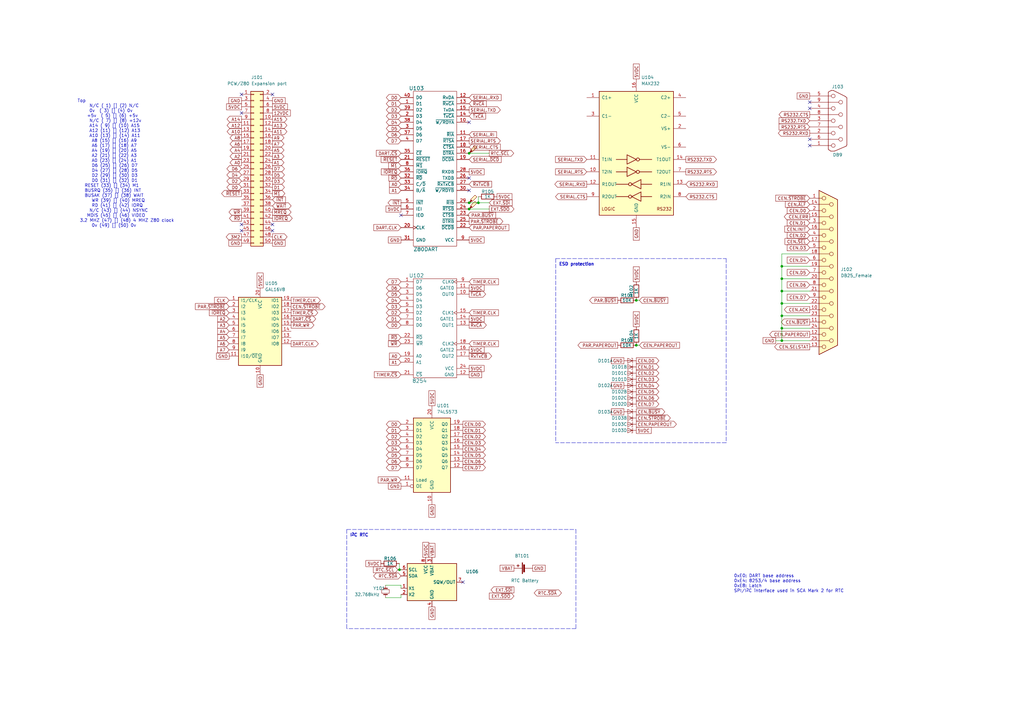
<source format=kicad_sch>
(kicad_sch (version 20211123) (generator eeschema)
  (paper "A3")
  (title_block (title "PCW IO card") (date "2023-07-04") (company "Atsuko Ito") (comment 1 "Modern CPS8256/SCA Mark 2 Interface") (comment 2 "Based on works of James Ots and uSIO") (comment 3 "RTC driver reverse-engineered by John Elliott "))
  (junction (at 196.215 83.185))
  (junction (at 320.675 124.46))
  (junction (at 192.405 85.725))
  (junction (at 192.405 83.185))
  (junction (at 192.405 62.865))
  (junction (at 320.675 134.62))
  (junction (at 320.675 114.3))
  (junction (at 320.675 129.54))
  (junction (at 320.675 139.7))
  (junction (at 163.83 233.68))
  (junction (at 260.985 123.19))
  (junction (at 320.675 109.22))
  (junction (at 260.985 141.605))
  (junction (at 320.675 119.38))
  (no_connect (at 332.105 44.45))
  (no_connect (at 332.105 57.15))
  (no_connect (at 332.105 59.69))
  (no_connect (at 164.465 88.265))
  (no_connect (at 192.405 73.025))
  (no_connect (at 99.06 46.355))
  (no_connect (at 99.06 94.615))
  (no_connect (at 111.76 92.075))
  (no_connect (at 111.76 94.615))
  (no_connect (at 189.865 238.76))
  (no_connect (at 99.06 38.735))
  (no_connect (at 111.76 38.735))
  (no_connect (at 99.06 92.075))
  (no_connect (at 332.105 41.91))
  (no_connect (at 192.405 50.165))
  (no_connect (at 192.405 78.105))
  (wire (pts (xy 191.77 88.265) (xy 192.405 88.265)))
  (wire (pts (xy 200.66 83.185) (xy 196.215 83.185)))
  (polyline (pts (xy 297.815 181.61) (xy 227.965 181.61)))
  (wire (pts (xy 164.465 243.84) (xy 164.465 245.11)))
  (wire (pts (xy 318.135 139.7) (xy 320.675 139.7)))
  (wire (pts (xy 320.675 104.14) (xy 332.105 104.14)))
  (wire (pts (xy 163.83 231.14) (xy 163.83 233.68)))
  (wire (pts (xy 262.255 123.19) (xy 260.985 123.19)))
  (wire (pts (xy 320.675 124.46) (xy 332.105 124.46)))
  (wire (pts (xy 332.105 139.7) (xy 320.675 139.7)))
  (wire (pts (xy 158.115 245.11) (xy 164.465 245.11)))
  (polyline (pts (xy 236.22 257.81) (xy 142.24 257.81)))
  (wire (pts (xy 163.83 233.68) (xy 164.465 233.68)))
  (wire (pts (xy 196.215 80.645) (xy 196.215 83.185)))
  (wire (pts (xy 320.675 119.38) (xy 320.675 124.46)))
  (wire (pts (xy 320.675 129.54) (xy 320.675 134.62)))
  (wire (pts (xy 200.66 85.725) (xy 192.405 85.725)))
  (wire (pts (xy 320.675 109.22) (xy 332.105 109.22)))
  (polyline (pts (xy 142.24 217.17) (xy 142.24 257.81)))
  (wire (pts (xy 320.675 134.62) (xy 320.675 139.7)))
  (polyline (pts (xy 236.22 217.17) (xy 236.22 257.81)))
  (wire (pts (xy 158.115 240.03) (xy 164.465 240.03)))
  (wire (pts (xy 320.675 114.3) (xy 320.675 109.22)))
  (wire (pts (xy 320.675 114.3) (xy 332.105 114.3)))
  (wire (pts (xy 320.675 109.22) (xy 320.675 104.14)))
  (wire (pts (xy 192.405 62.865) (xy 200.66 62.865)))
  (wire (pts (xy 320.675 129.54) (xy 332.105 129.54)))
  (wire (pts (xy 164.465 240.03) (xy 164.465 241.3)))
  (wire (pts (xy 320.675 134.62) (xy 332.105 134.62)))
  (wire (pts (xy 320.675 114.3) (xy 320.675 119.38)))
  (polyline (pts (xy 142.24 217.17) (xy 236.22 217.17)))
  (wire (pts (xy 192.405 83.185) (xy 196.215 83.185)))
  (wire (pts (xy 163.195 233.68) (xy 163.83 233.68)))
  (wire (pts (xy 332.105 119.38) (xy 320.675 119.38)))
  (polyline (pts (xy 227.965 106.045) (xy 227.965 181.61)))
  (polyline (pts (xy 227.965 106.045) (xy 297.815 106.045)))
  (polyline (pts (xy 297.815 106.045) (xy 297.815 181.61)))
  (wire (pts (xy 262.255 141.605) (xy 260.985 141.605)))
  (wire (pts (xy 320.675 124.46) (xy 320.675 129.54)))
  (wire (pts (xy 189.865 83.185) (xy 192.405 83.185)))
  (text "ESD protection" (at 229.235 109.22 0) (effects (font (size 1.27 1.27) (thickness 0.254) bold) (justify left bottom)))
  (text "Top\n     N/C ( 1) [] (2) N/C\n     0v  ( 3) [] (4) 0v\n    +5v  ( 5) [] (6) +5v\n     N/C ( 7) [] (8) +12v\n     A14 ( 9) [] (10) A15\n     A12 (11) [] (12) A13\n     A10 (13) [] (14) A11\n      A8 (15) [] (16) A9\n      A6 (17) [] (18) A7\n      A4 (19) [] (20) A5\n      A2 (21) [] (22) A3\n      A0 (23) [] (24) A1\n      D6 (25) [] (26) D7\n      D4 (27) [] (28) D5\n      D2 (29) [] (30) D3\n      D0 (31) [] (32) D1\n   RESET (33) [] (34) M1\n   BUSRQ (35) [] (36) INT\n   BUSAK (37) [] (38) WAIT\n      WR (39) [] (40) MREQ\n      RD (41) [] (42) IORQ\n     N/C (43) [] (44) NSYNC\n    MDIS (45) [] (46) VIDEO\n 3.2 MHZ (47) [] (48) 4 MHZ Z80 clock\n      0v (49) [] (50) 0v" (at 31.75 93.345 0) (effects (font (size 1.27 1.27)) (justify left bottom)))
  (text "I^{2}C RTC" (at 143.51 220.345 0) (effects (font (size 1.27 1.27) (thickness 0.254) bold) (justify left bottom)))
  (text "0xE0: DART base address\n0xE4: 8253/4 base address\n0xE8: Latch\nSPI/I^{2}C interface used in SCA Mark 2 for RTC\n" (at 300.99 243.205 0) (effects (font (size 1.27 1.27)) (justify left bottom)))
  (global_label "~{TxCA}" (shape input) (at 192.405 47.625 0) (property "Intersheet References" "${INTERSHEET_REFS}" (effects hide)))
  (global_label "D3" (shape bidirectional) (at 164.465 47.625 180) (property "Intersheet References" "${INTERSHEET_REFS}" (effects hide)))
  (global_label "5VDC" (shape passive) (at 111.76 43.815 0) (property "Intersheet References" "${INTERSHEET_REFS}" (effects hide)))
  (global_label "TIMER.CLK" (shape input) (at 192.405 115.57 0) (property "Intersheet References" "${INTERSHEET_REFS}" (effects hide)))
  (global_label "A7" (shape output) (at 111.76 59.055 0) (property "Intersheet References" "${INTERSHEET_REFS}" (effects hide)))
  (global_label "A0" (shape output) (at 99.06 66.675 180) (property "Intersheet References" "${INTERSHEET_REFS}" (effects hide)))
  (global_label "CEN.D6" (shape input) (at 332.105 116.84 180) (property "Intersheet References" "${INTERSHEET_REFS}" (effects hide)))
  (global_label "CEN.D3" (shape input) (at 332.105 101.6 180) (property "Intersheet References" "${INTERSHEET_REFS}" (effects hide)))
  (global_label "SERIAL.CTS" (shape input) (at 192.405 60.325 0) (property "Intersheet References" "${INTERSHEET_REFS}" (effects hide)))
  (global_label "D6" (shape bidirectional) (at 164.465 189.23 180) (property "Intersheet References" "${INTERSHEET_REFS}" (effects hide)))
  (global_label "CEN.D5" (shape output) (at 189.865 186.69 0) (property "Intersheet References" "${INTERSHEET_REFS}" (effects hide)))
  (global_label "A2" (shape output) (at 99.06 64.135 180) (property "Intersheet References" "${INTERSHEET_REFS}" (effects hide)))
  (global_label "~{RxCA}" (shape input) (at 192.405 42.545 0) (property "Intersheet References" "${INTERSHEET_REFS}" (effects hide)))
  (global_label "5VDC" (shape passive) (at 192.405 118.11 0) (property "Intersheet References" "${INTERSHEET_REFS}" (effects hide)))
  (global_label "RS232.RTS" (shape output) (at 281.305 70.485 0) (property "Intersheet References" "${INTERSHEET_REFS}" (effects hide)))
  (global_label "A6" (shape output) (at 99.06 59.055 180) (property "Intersheet References" "${INTERSHEET_REFS}" (effects hide)))
  (global_label "CEN.~{STROBE}" (shape output) (at 119.38 125.73 0) (property "Intersheet References" "${INTERSHEET_REFS}" (effects hide)))
  (global_label "5VDC" (shape passive) (at 203.835 80.645 0) (property "Intersheet References" "${INTERSHEET_REFS}" (effects hide)))
  (global_label "5VDC" (shape passive) (at 164.465 85.725 180) (property "Intersheet References" "${INTERSHEET_REFS}" (effects hide)))
  (global_label "GND" (shape passive) (at 255.905 158.115 180) (property "Intersheet References" "${INTERSHEET_REFS}" (effects hide)))
  (global_label "D3" (shape bidirectional) (at 164.465 181.61 180) (property "Intersheet References" "${INTERSHEET_REFS}" (effects hide)))
  (global_label "CEN.ACK" (shape output) (at 332.105 127 180) (property "Intersheet References" "${INTERSHEET_REFS}" (effects hide)))
  (global_label "SERIAL.TXD" (shape output) (at 192.405 45.085 0) (property "Intersheet References" "${INTERSHEET_REFS}" (effects hide)))
  (global_label "PAR.~{STROBE}" (shape input) (at 93.98 125.73 180) (property "Intersheet References" "${INTERSHEET_REFS}" (effects hide)))
  (global_label "SERIAL.TXD" (shape input) (at 240.665 65.405 180) (property "Intersheet References" "${INTERSHEET_REFS}" (effects hide)))
  (global_label "~{MREQ}" (shape output) (at 111.76 86.995 0) (property "Intersheet References" "${INTERSHEET_REFS}" (effects hide)))
  (global_label "EXT.~{SDO}" (shape output) (at 200.66 85.725 0) (property "Intersheet References" "${INTERSHEET_REFS}" (effects hide)))
  (global_label "GND" (shape passive) (at 332.105 39.37 180) (property "Intersheet References" "${INTERSHEET_REFS}" (effects hide)))
  (global_label "CEN.D0" (shape output) (at 189.865 173.99 0) (property "Intersheet References" "${INTERSHEET_REFS}" (effects hide)))
  (global_label "CEN.D1" (shape output) (at 260.985 150.495 0) (property "Intersheet References" "${INTERSHEET_REFS}" (effects hide)))
  (global_label "5VDC" (shape passive) (at 177.165 166.37 90) (property "Intersheet References" "${INTERSHEET_REFS}" (effects hide)))
  (global_label "PAR.WR" (shape output) (at 119.38 133.35 0) (property "Intersheet References" "${INTERSHEET_REFS}" (effects hide)))
  (global_label "D1" (shape bidirectional) (at 164.465 130.81 180) (property "Intersheet References" "${INTERSHEET_REFS}" (effects hide)))
  (global_label "GND" (shape passive) (at 111.76 41.275 0) (property "Intersheet References" "${INTERSHEET_REFS}" (effects hide)))
  (global_label "VBAT" (shape passive) (at 177.165 228.6 90) (property "Intersheet References" "${INTERSHEET_REFS}" (effects hide)))
  (global_label "CEN.~{BUSY}" (shape output) (at 260.985 168.91 0) (property "Intersheet References" "${INTERSHEET_REFS}" (effects hide)))
  (global_label "A4" (shape input) (at 93.98 135.89 180) (property "Intersheet References" "${INTERSHEET_REFS}" (effects hide)))
  (global_label "GND" (shape passive) (at 164.465 199.39 180) (property "Intersheet References" "${INTERSHEET_REFS}" (effects hide)))
  (global_label "~{IOREQ}" (shape input) (at 164.465 70.485 180) (property "Intersheet References" "${INTERSHEET_REFS}" (effects hide)))
  (global_label "PAR.~{BUSY}" (shape output) (at 253.365 123.19 180) (property "Intersheet References" "${INTERSHEET_REFS}" (effects hide)))
  (global_label "SERIAL.RTS" (shape input) (at 240.665 70.485 180) (property "Intersheet References" "${INTERSHEET_REFS}" (effects hide)))
  (global_label "5VDC" (shape passive) (at 106.68 118.11 90) (property "Intersheet References" "${INTERSHEET_REFS}" (effects hide)))
  (global_label "D7" (shape bidirectional) (at 164.465 115.57 180) (property "Intersheet References" "${INTERSHEET_REFS}" (effects hide)))
  (global_label "TIMER.CLK" (shape output) (at 119.38 123.19 0) (property "Intersheet References" "${INTERSHEET_REFS}" (effects hide)))
  (global_label "GND" (shape passive) (at 93.98 146.05 180) (property "Intersheet References" "${INTERSHEET_REFS}" (effects hide)))
  (global_label "GND" (shape passive) (at 111.76 99.695 0) (property "Intersheet References" "${INTERSHEET_REFS}" (effects hide)))
  (global_label "D0" (shape bidirectional) (at 99.06 76.835 180) (property "Intersheet References" "${INTERSHEET_REFS}" (effects hide)))
  (global_label "~{IOREQ}" (shape output) (at 111.76 89.535 0) (property "Intersheet References" "${INTERSHEET_REFS}" (effects hide)))
  (global_label "CEN.PAPEROUT" (shape output) (at 332.105 137.16 180) (property "Intersheet References" "${INTERSHEET_REFS}" (effects hide)))
  (global_label "CEN.D2" (shape output) (at 189.865 179.07 0) (property "Intersheet References" "${INTERSHEET_REFS}" (effects hide)))
  (global_label "CEN.D5" (shape output) (at 260.985 160.655 0) (property "Intersheet References" "${INTERSHEET_REFS}" (effects hide)))
  (global_label "D5" (shape bidirectional) (at 164.465 52.705 180) (property "Intersheet References" "${INTERSHEET_REFS}" (effects hide)))
  (global_label "5VDC" (shape passive) (at 192.405 151.13 0) (property "Intersheet References" "${INTERSHEET_REFS}" (effects hide)))
  (global_label "D5" (shape bidirectional) (at 164.465 186.69 180) (property "Intersheet References" "${INTERSHEET_REFS}" (effects hide)))
  (global_label "D6" (shape bidirectional) (at 164.465 118.11 180) (property "Intersheet References" "${INTERSHEET_REFS}" (effects hide)))
  (global_label "CEN.INIT" (shape input) (at 332.105 93.98 180) (property "Intersheet References" "${INTERSHEET_REFS}" (effects hide)))
  (global_label "A9" (shape output) (at 111.76 56.515 0) (property "Intersheet References" "${INTERSHEET_REFS}" (effects hide)))
  (global_label "CEN.PAPEROUT" (shape output) (at 260.985 173.99 0) (property "Intersheet References" "${INTERSHEET_REFS}" (effects hide)))
  (global_label "PAR.PAPEROUT" (shape input) (at 192.405 93.345 0) (property "Intersheet References" "${INTERSHEET_REFS}" (effects hide)))
  (global_label "CEN.~{SEL}" (shape input) (at 332.105 99.06 180) (property "Intersheet References" "${INTERSHEET_REFS}" (effects hide)))
  (global_label "D2" (shape bidirectional) (at 164.465 179.07 180) (property "Intersheet References" "${INTERSHEET_REFS}" (effects hide)))
  (global_label "CLK" (shape output) (at 111.76 97.155 0) (property "Intersheet References" "${INTERSHEET_REFS}" (effects hide)))
  (global_label "GND" (shape passive) (at 255.905 147.955 180) (property "Intersheet References" "${INTERSHEET_REFS}" (effects hide)))
  (global_label "~{RxCA}" (shape output) (at 192.405 133.35 0) (property "Intersheet References" "${INTERSHEET_REFS}" (effects hide)))
  (global_label "TIMER.~{CS}" (shape output) (at 119.38 128.27 0) (property "Intersheet References" "${INTERSHEET_REFS}" (effects hide)))
  (global_label "SERIAL.CTS" (shape output) (at 240.665 80.645 180) (property "Intersheet References" "${INTERSHEET_REFS}" (effects hide)))
  (global_label "TIMER.CLK" (shape input) (at 192.405 140.97 0) (property "Intersheet References" "${INTERSHEET_REFS}" (effects hide)))
  (global_label "~{RD}" (shape output) (at 99.06 89.535 180) (property "Intersheet References" "${INTERSHEET_REFS}" (effects hide)))
  (global_label "D1" (shape output) (at 111.76 76.835 0) (property "Intersheet References" "${INTERSHEET_REFS}" (effects hide)))
  (global_label "A7" (shape input) (at 93.98 143.51 180) (property "Intersheet References" "${INTERSHEET_REFS}" (effects hide)))
  (global_label "D7" (shape output) (at 111.76 69.215 0) (property "Intersheet References" "${INTERSHEET_REFS}" (effects hide)))
  (global_label "A13" (shape output) (at 111.76 51.435 0) (property "Intersheet References" "${INTERSHEET_REFS}" (effects hide)))
  (global_label "CEN.~{ALF}" (shape input) (at 332.105 83.82 180) (property "Intersheet References" "${INTERSHEET_REFS}" (effects hide)))
  (global_label "A5" (shape output) (at 111.76 61.595 0) (property "Intersheet References" "${INTERSHEET_REFS}" (effects hide)))
  (global_label "5VDC" (shape passive) (at 192.405 70.485 0) (property "Intersheet References" "${INTERSHEET_REFS}" (effects hide)))
  (global_label "~{WR}" (shape input) (at 164.465 140.97 180) (property "Intersheet References" "${INTERSHEET_REFS}" (effects hide)))
  (global_label "RS232.TXD" (shape output) (at 281.305 65.405 0) (property "Intersheet References" "${INTERSHEET_REFS}" (effects hide)))
  (global_label "A10" (shape output) (at 99.06 53.975 180) (property "Intersheet References" "${INTERSHEET_REFS}" (effects hide)))
  (global_label "D7" (shape bidirectional) (at 164.465 191.77 180) (property "Intersheet References" "${INTERSHEET_REFS}" (effects hide)))
  (global_label "GND" (shape passive) (at 99.06 99.695 180) (property "Intersheet References" "${INTERSHEET_REFS}" (effects hide)))
  (global_label "CEN.D6" (shape output) (at 189.865 189.23 0) (property "Intersheet References" "${INTERSHEET_REFS}" (effects hide)))
  (global_label "A0" (shape input) (at 164.465 146.05 180) (property "Intersheet References" "${INTERSHEET_REFS}" (effects hide)))
  (global_label "D5" (shape output) (at 111.76 71.755 0) (property "Intersheet References" "${INTERSHEET_REFS}" (effects hide)))
  (global_label "RS232.TXD" (shape input) (at 332.105 49.53 180) (property "Intersheet References" "${INTERSHEET_REFS}" (effects hide)))
  (global_label "A6" (shape input) (at 93.98 140.97 180) (property "Intersheet References" "${INTERSHEET_REFS}" (effects hide)))
  (global_label "5VDC" (shape passive) (at 260.985 133.985 90) (property "Intersheet References" "${INTERSHEET_REFS}" (effects hide)))
  (global_label "EXT.~{SDI}" (shape output) (at 210.82 241.935 180) (property "Intersheet References" "${INTERSHEET_REFS}" (effects hide)))
  (global_label "CEN.~{STROBE}" (shape output) (at 260.985 171.45 0) (property "Intersheet References" "${INTERSHEET_REFS}" (effects hide)))
  (global_label "TIMER.CLK" (shape input) (at 192.405 128.27 0) (property "Intersheet References" "${INTERSHEET_REFS}" (effects hide)))
  (global_label "TIMER.~{CS}" (shape input) (at 164.465 153.67 180) (property "Intersheet References" "${INTERSHEET_REFS}" (effects hide)))
  (global_label "SERIAL.~{DCD}" (shape input) (at 192.405 65.405 0) (property "Intersheet References" "${INTERSHEET_REFS}" (effects hide)))
  (global_label "GND" (shape passive) (at 106.68 153.67 270) (property "Intersheet References" "${INTERSHEET_REFS}" (effects hide)))
  (global_label "D7" (shape bidirectional) (at 164.465 57.785 180) (property "Intersheet References" "${INTERSHEET_REFS}" (effects hide)))
  (global_label "D2" (shape bidirectional) (at 164.465 128.27 180) (property "Intersheet References" "${INTERSHEET_REFS}" (effects hide)))
  (global_label "VBAT" (shape passive) (at 210.82 233.045 180) (property "Intersheet References" "${INTERSHEET_REFS}" (effects hide)))
  (global_label "GND" (shape passive) (at 318.135 139.7 180) (property "Intersheet References" "${INTERSHEET_REFS}" (effects hide)))
  (global_label "5VDC" (shape passive) (at 192.405 130.81 0) (property "Intersheet References" "${INTERSHEET_REFS}" (effects hide)))
  (global_label "~{WAIT}" (shape bidirectional) (at 111.76 84.455 0) (property "Intersheet References" "${INTERSHEET_REFS}" (effects hide)))
  (global_label "CEN.D0" (shape output) (at 260.985 147.955 0) (property "Intersheet References" "${INTERSHEET_REFS}" (effects hide)))
  (global_label "PAR.PAPEROUT" (shape output) (at 253.365 141.605 180) (property "Intersheet References" "${INTERSHEET_REFS}" (effects hide)))
  (global_label "CEN.D7" (shape output) (at 189.865 191.77 0) (property "Intersheet References" "${INTERSHEET_REFS}" (effects hide)))
  (global_label "DART.~{CS}" (shape output) (at 119.38 130.81 0) (property "Intersheet References" "${INTERSHEET_REFS}" (effects hide)))
  (global_label "DART.CLK" (shape output) (at 119.38 140.97 0) (property "Intersheet References" "${INTERSHEET_REFS}" (effects hide)))
  (global_label "RTC.~{SDA}" (shape bidirectional) (at 164.465 236.22 180) (property "Intersheet References" "${INTERSHEET_REFS}" (effects hide)))
  (global_label "D4" (shape bidirectional) (at 164.465 50.165 180) (property "Intersheet References" "${INTERSHEET_REFS}" (effects hide)))
  (global_label "A1" (shape output) (at 111.76 66.675 0) (property "Intersheet References" "${INTERSHEET_REFS}" (effects hide)))
  (global_label "5VDC" (shape passive) (at 99.06 43.815 180) (property "Intersheet References" "${INTERSHEET_REFS}" (effects hide)))
  (global_label "~{TxCA}" (shape output) (at 192.405 120.65 0) (property "Intersheet References" "${INTERSHEET_REFS}" (effects hide)))
  (global_label "GND" (shape passive) (at 177.165 207.01 270) (property "Intersheet References" "${INTERSHEET_REFS}" (effects hide)))
  (global_label "5VDC" (shape passive) (at 156.21 231.14 180) (property "Intersheet References" "${INTERSHEET_REFS}" (effects hide)))
  (global_label "EXT.~{SDI}" (shape input) (at 200.66 83.185 0) (property "Intersheet References" "${INTERSHEET_REFS}" (effects hide)))
  (global_label "CEN.D4" (shape output) (at 189.865 184.15 0) (property "Intersheet References" "${INTERSHEET_REFS}" (effects hide)))
  (global_label "CEN.D4" (shape output) (at 260.985 158.115 0) (property "Intersheet References" "${INTERSHEET_REFS}" (effects hide)))
  (global_label "D0" (shape bidirectional) (at 164.465 40.005 180) (property "Intersheet References" "${INTERSHEET_REFS}" (effects hide)))
  (global_label "CEN.D2" (shape output) (at 260.985 153.035 0) (property "Intersheet References" "${INTERSHEET_REFS}" (effects hide)))
  (global_label "CEN.D5" (shape input) (at 332.105 111.76 180) (property "Intersheet References" "${INTERSHEET_REFS}" (effects hide)))
  (global_label "CEN.D3" (shape output) (at 189.865 181.61 0) (property "Intersheet References" "${INTERSHEET_REFS}" (effects hide)))
  (global_label "A15" (shape output) (at 111.76 48.895 0) (property "Intersheet References" "${INTERSHEET_REFS}" (effects hide)))
  (global_label "~{RD}" (shape input) (at 164.465 73.025 180) (property "Intersheet References" "${INTERSHEET_REFS}" (effects hide)))
  (global_label "PAR.~{STROBE}" (shape output) (at 192.405 90.805 0) (property "Intersheet References" "${INTERSHEET_REFS}" (effects hide)))
  (global_label "A11" (shape output) (at 111.76 53.975 0) (property "Intersheet References" "${INTERSHEET_REFS}" (effects hide)))
  (global_label "5VDC" (shape passive) (at 174.625 228.6 90) (property "Intersheet References" "${INTERSHEET_REFS}" (effects hide)))
  (global_label "EXT.~{SDO}" (shape input) (at 210.82 244.475 180) (property "Intersheet References" "${INTERSHEET_REFS}" (effects hide)))
  (global_label "~{INT}" (shape output) (at 164.465 83.185 180) (property "Intersheet References" "${INTERSHEET_REFS}" (effects hide)))
  (global_label "CEN.D7" (shape output) (at 260.985 165.735 0) (property "Intersheet References" "${INTERSHEET_REFS}" (effects hide)))
  (global_label "RS232.RXD" (shape input) (at 281.305 75.565 0) (property "Intersheet References" "${INTERSHEET_REFS}" (effects hide)))
  (global_label "D0" (shape bidirectional) (at 164.465 173.99 180) (property "Intersheet References" "${INTERSHEET_REFS}" (effects hide)))
  (global_label "DART.~{CS}" (shape input) (at 164.465 62.865 180) (property "Intersheet References" "${INTERSHEET_REFS}" (effects hide)))
  (global_label "RTC.~{SCL}" (shape output) (at 200.66 62.865 0) (property "Intersheet References" "${INTERSHEET_REFS}" (effects hide)))
  (global_label "5VDC" (shape passive) (at 192.405 143.51 0) (property "Intersheet References" "${INTERSHEET_REFS}" (effects hide)))
  (global_label "3M2" (shape output) (at 99.06 97.155 180) (property "Intersheet References" "${INTERSHEET_REFS}" (effects hide)))
  (global_label "~{WR}" (shape output) (at 99.06 86.995 180) (property "Intersheet References" "${INTERSHEET_REFS}" (effects hide)))
  (global_label "D2" (shape bidirectional) (at 164.465 45.085 180) (property "Intersheet References" "${INTERSHEET_REFS}" (effects hide)))
  (global_label "PAR.WR" (shape input) (at 164.465 196.85 180) (property "Intersheet References" "${INTERSHEET_REFS}" (effects hide)))
  (global_label "~{RxTxCB}" (shape output) (at 192.405 146.05 0) (property "Intersheet References" "${INTERSHEET_REFS}" (effects hide)))
  (global_label "D1" (shape bidirectional) (at 164.465 42.545 180) (property "Intersheet References" "${INTERSHEET_REFS}" (effects hide)))
  (global_label "A12" (shape output) (at 99.06 51.435 180) (property "Intersheet References" "${INTERSHEET_REFS}" (effects hide)))
  (global_label "RS232.CTS" (shape input) (at 281.305 80.645 0) (property "Intersheet References" "${INTERSHEET_REFS}" (effects hide)))
  (global_label "CEN.D6" (shape output) (at 260.985 163.195 0) (property "Intersheet References" "${INTERSHEET_REFS}" (effects hide)))
  (global_label "D4" (shape bidirectional) (at 99.06 71.755 180) (property "Intersheet References" "${INTERSHEET_REFS}" (effects hide)))
  (global_label "GND" (shape passive) (at 255.905 168.91 180) (property "Intersheet References" "${INTERSHEET_REFS}" (effects hide)))
  (global_label "RS232.RXD" (shape output) (at 332.105 54.61 180) (property "Intersheet References" "${INTERSHEET_REFS}" (effects hide)))
  (global_label "~{RESET}" (shape input) (at 164.465 65.405 180) (property "Intersheet References" "${INTERSHEET_REFS}" (effects hide)))
  (global_label "GND" (shape passive) (at 218.44 233.045 0) (property "Intersheet References" "${INTERSHEET_REFS}" (effects hide)))
  (global_label "GND" (shape passive) (at 260.985 93.345 270) (property "Intersheet References" "${INTERSHEET_REFS}" (effects hide)))
  (global_label "A2" (shape input) (at 93.98 130.81 180) (property "Intersheet References" "${INTERSHEET_REFS}" (effects hide)))
  (global_label "CEN.~{BUSY}" (shape output) (at 332.105 132.08 180) (property "Intersheet References" "${INTERSHEET_REFS}" (effects hide)))
  (global_label "GND" (shape passive) (at 99.06 41.275 180) (property "Intersheet References" "${INTERSHEET_REFS}" (effects hide)))
  (global_label "D5" (shape bidirectional) (at 164.465 120.65 180) (property "Intersheet References" "${INTERSHEET_REFS}" (effects hide)))
  (global_label "5VDC" (shape passive) (at 260.985 176.53 0) (property "Intersheet References" "${INTERSHEET_REFS}" (effects hide)))
  (global_label "A4" (shape output) (at 99.06 61.595 180) (property "Intersheet References" "${INTERSHEET_REFS}" (effects hide)))
  (global_label "SERIAL.RXD" (shape input) (at 192.405 40.005 0) (property "Intersheet References" "${INTERSHEET_REFS}" (effects hide)))
  (global_label "5VDC" (shape passive) (at 260.985 115.57 90) (property "Intersheet References" "${INTERSHEET_REFS}" (effects hide)))
  (global_label "CEN.ERR" (shape output) (at 332.105 88.9 180) (property "Intersheet References" "${INTERSHEET_REFS}" (effects hide)))
  (global_label "~{RESET}" (shape output) (at 99.06 79.375 180) (property "Intersheet References" "${INTERSHEET_REFS}" (effects hide)))
  (global_label "~{RD}" (shape input) (at 164.465 138.43 180) (property "Intersheet References" "${INTERSHEET_REFS}" (effects hide)))
  (global_label "RS232.CTS" (shape output) (at 332.105 46.99 180) (property "Intersheet References" "${INTERSHEET_REFS}" (effects hide)))
  (global_label "A1" (shape input) (at 164.465 148.59 180) (property "Intersheet References" "${INTERSHEET_REFS}" (effects hide)))
  (global_label "D4" (shape bidirectional) (at 164.465 184.15 180) (property "Intersheet References" "${INTERSHEET_REFS}" (effects hide)))
  (global_label "D6" (shape bidirectional) (at 99.06 69.215 180) (property "Intersheet References" "${INTERSHEET_REFS}" (effects hide)))
  (global_label "A5" (shape input) (at 93.98 138.43 180) (property "Intersheet References" "${INTERSHEET_REFS}" (effects hide)))
  (global_label "GND" (shape passive) (at 177.165 248.92 270) (property "Intersheet References" "${INTERSHEET_REFS}" (effects hide)))
  (global_label "A3" (shape input) (at 93.98 133.35 180) (property "Intersheet References" "${INTERSHEET_REFS}" (effects hide)))
  (global_label "CLK" (shape input) (at 93.98 123.19 180) (property "Intersheet References" "${INTERSHEET_REFS}" (effects hide)))
  (global_label "DART.CLK" (shape input) (at 164.465 93.345 180) (property "Intersheet References" "${INTERSHEET_REFS}" (effects hide)))
  (global_label "5VDC" (shape passive) (at 192.405 98.425 0) (property "Intersheet References" "${INTERSHEET_REFS}" (effects hide)))
  (global_label "CEN.D1" (shape output) (at 189.865 176.53 0) (property "Intersheet References" "${INTERSHEET_REFS}" (effects hide)))
  (global_label "~{RxTxCB}" (shape input) (at 192.405 75.565 0) (property "Intersheet References" "${INTERSHEET_REFS}" (effects hide)))
  (global_label "~{M1}" (shape output) (at 111.76 79.375 0) (property "Intersheet References" "${INTERSHEET_REFS}" (effects hide)))
  (global_label "CEN.~{STROBE}" (shape input) (at 332.105 81.28 180) (property "Intersheet References" "${INTERSHEET_REFS}" (effects hide)))
  (global_label "~{INT}" (shape input) (at 111.76 81.915 0) (property "Intersheet References" "${INTERSHEET_REFS}" (effects hide)))
  (global_label "CEN.D7" (shape input) (at 332.105 121.92 180) (property "Intersheet References" "${INTERSHEET_REFS}" (effects hide)))
  (global_label "CEN.SELSTAT" (shape output) (at 332.105 142.24 180) (property "Intersheet References" "${INTERSHEET_REFS}" (effects hide)))
  (global_label "CEN.D3" (shape output) (at 260.985 155.575 0) (property "Intersheet References" "${INTERSHEET_REFS}" (effects hide)))
  (global_label "D4" (shape bidirectional) (at 164.465 123.19 180) (property "Intersheet References" "${INTERSHEET_REFS}" (effects hide)))
  (global_label "GND" (shape passive) (at 192.405 153.67 0) (property "Intersheet References" "${INTERSHEET_REFS}" (effects hide)))
  (global_label "GND" (shape passive) (at 164.465 98.425 180) (property "Intersheet References" "${INTERSHEET_REFS}" (effects hide)))
  (global_label "12VDC" (shape passive) (at 111.76 46.355 0) (property "Intersheet References" "${INTERSHEET_REFS}" (effects hide)))
  (global_label "CEN.~{BUSY}" (shape input) (at 262.255 123.19 0) (property "Intersheet References" "${INTERSHEET_REFS}" (effects hide)))
  (global_label "D3" (shape output) (at 111.76 74.295 0) (property "Intersheet References" "${INTERSHEET_REFS}" (effects hide)))
  (global_label "CEN.D4" (shape input) (at 332.105 106.68 180) (property "Intersheet References" "${INTERSHEET_REFS}" (effects hide)))
  (global_label "D3" (shape bidirectional) (at 164.465 125.73 180) (property "Intersheet References" "${INTERSHEET_REFS}" (effects hide)))
  (global_label "D2" (shape bidirectional) (at 99.06 74.295 180) (property "Intersheet References" "${INTERSHEET_REFS}" (effects hide)))
  (global_label "CEN.D1" (shape input) (at 332.105 91.44 180) (property "Intersheet References" "${INTERSHEET_REFS}" (effects hide)))
  (global_label "A0" (shape input) (at 164.465 75.565 180) (property "Intersheet References" "${INTERSHEET_REFS}" (effects hide)))
  (global_label "A3" (shape output) (at 111.76 64.135 0) (property "Intersheet References" "${INTERSHEET_REFS}" (effects hide)))
  (global_label "~{M1}" (shape input) (at 164.465 67.945 180) (property "Intersheet References" "${INTERSHEET_REFS}" (effects hide)))
  (global_label "CEN.D2" (shape input) (at 332.105 96.52 180) (property "Intersheet References" "${INTERSHEET_REFS}" (effects hide)))
  (global_label "RTC.~{SCL}" (shape input) (at 163.195 233.68 180) (property "Intersheet References" "${INTERSHEET_REFS}" (effects hide)))
  (global_label "A1" (shape input) (at 164.465 78.105 180) (property "Intersheet References" "${INTERSHEET_REFS}" (effects hide)))
  (global_label "A8" (shape output) (at 99.06 56.515 180) (property "Intersheet References" "${INTERSHEET_REFS}" (effects hide)))
  (global_label "A14" (shape output) (at 99.06 48.895 180) (property "Intersheet References" "${INTERSHEET_REFS}" (effects hide)))
  (global_label "PAR.~{BUSY}" (shape input) (at 191.77 88.265 0) (property "Intersheet References" "${INTERSHEET_REFS}" (effects hide)))
  (global_label "SERIAL.RXD" (shape output) (at 240.665 75.565 180) (property "Intersheet References" "${INTERSHEET_REFS}" (effects hide)))
  (global_label "D0" (shape bidirectional) (at 164.465 133.35 180) (property "Intersheet References" "${INTERSHEET_REFS}" (effects hide)))
  (global_label "CEN.D0" (shape input) (at 332.105 86.36 180) (property "Intersheet References" "${INTERSHEET_REFS}" (effects hide)))
  (global_label "SERIAL.RI" (shape input) (at 192.405 55.245 0) (property "Intersheet References" "${INTERSHEET_REFS}" (effects hide)))
  (global_label "D6" (shape bidirectional) (at 164.465 55.245 180) (property "Intersheet References" "${INTERSHEET_REFS}" (effects hide)))
  (global_label "CEN.PAPEROUT" (shape input) (at 262.255 141.605 0) (property "Intersheet References" "${INTERSHEET_REFS}" (effects hide)))
  (global_label "SERIAL.RTS" (shape output) (at 192.405 57.785 0) (property "Intersheet References" "${INTERSHEET_REFS}" (effects hide)))
  (global_label "RTC.~{SDA}" (shape bidirectional) (at 219.075 243.205 0) (property "Intersheet References" "${INTERSHEET_REFS}" (effects hide)))
  (global_label "D1" (shape bidirectional) (at 164.465 176.53 180) (property "Intersheet References" "${INTERSHEET_REFS}" (effects hide)))
  (global_label "~{IOREQ}" (shape input) (at 93.98 128.27 180) (property "Intersheet References" "${INTERSHEET_REFS}" (effects hide)))
  (global_label "5VDC" (shape passive) (at 260.985 32.385 90) (property "Intersheet References" "${INTERSHEET_REFS}" (effects hide)))
  (global_label "RS232.RTS" (shape input) (at 332.105 52.07 180) (property "Intersheet References" "${INTERSHEET_REFS}" (effects hide)))
  (symbol (lib_id "Connector:DB25_Female") (at 339.725 111.76 0) (unit 1)
    (property "Reference" "J102" (at 344.805 110.4899 0) (effects (justify left)))
    (property "Value" "DB25_Female" (at 344.805 113.0299 0) (effects (justify left)))
    (property "Footprint" "Connector_PinHeader_2.54mm:PinHeader_2x13_P2.54mm_Vertical" (effects hide))
    (property "Datasheet" " ~" (effects hide))
  )
  (symbol (lib_id "Device:R") (at 160.02 231.14 90) (unit 1)
    (property "Reference" "R106" (at 160.02 229.108 90))
    (property "Value" "1K" (at 160.02 231.14 90))
    (property "Footprint" "Discret:R3" (effects hide))
  )
  (symbol (lib_id "Device:R") (at 200.025 80.645 270) (mirror x) (unit 1)
    (property "Reference" "R105" (at 200.025 78.613 90))
    (property "Value" "1K" (at 200.025 80.645 90))
    (property "Footprint" "Discret:R3" (effects hide))
  )
  (symbol (lib_id "Power_Protection:PESD5V0L4UG") (at 258.445 158.115 180) (unit 1)
    (property "Reference" "D102" (at 248.285 158.115 0))
    (property "Value" "PESD5V0L4UG" (effects hide))
    (property "Footprint" "Package_TO_SOT_SMD:SOT-353_SC-70-5_Handsoldering" (effects hide))
    (property "Datasheet" "https://assets.nexperia.com/documents/data-sheet/PESDXL4UF_G_W.pdf" (effects hide))
  )
  (symbol (lib_id "Timer_RTC:DS1307+") (at 177.165 238.76 0) (unit 1)
    (property "Reference" "U106" (at 193.675 234.4293 0))
    (property "Value" "DS1307/DS1339" (effects hide))
    (property "Footprint" "Package_SO:MSOP-8_3x3mm_P0.65mm" (effects hide))
    (property "Datasheet" "https://datasheets.maximintegrated.com/en/ds/DS1307.pdf" (effects hide))
  )
  (symbol (lib_id "Logic_Programmable:GAL16V8") (at 106.68 135.89 0) (unit 1)
    (property "Reference" "U105" (at 108.6994 116.205 0) (effects (justify left)))
    (property "Value" "GAL16V8" (at 108.6994 118.745 0) (effects (justify left)))
    (property "Footprint" "Package_DIP:DIP-20_W7.62mm_Socket_LongPads" (effects hide))
  )
  (symbol (lib_id "Power_Protection:PESD5V0L4UG") (at 258.445 165.735 0) (mirror y) (unit 4)
    (property "Reference" "D102" (at 254 165.735 0))
    (property "Value" "PESD5V0L4UG" (effects hide))
    (property "Footprint" "Package_TO_SOT_SMD:SOT-353_SC-70-5_Handsoldering" (effects hide))
    (property "Datasheet" "https://assets.nexperia.com/documents/data-sheet/PESDXL4UF_G_W.pdf" (effects hide))
  )
  (symbol (lib_id "Power_Protection:PESD5V0L4UG") (at 258.445 153.035 0) (mirror y) (unit 3)
    (property "Reference" "D101" (at 254 153.035 0))
    (property "Value" "PESD5V0L4UG" (effects hide))
    (property "Footprint" "Package_TO_SOT_SMD:SOT-353_SC-70-5_Handsoldering" (effects hide))
    (property "Datasheet" "https://assets.nexperia.com/documents/data-sheet/PESDXL4UF_G_W.pdf" (effects hide))
  )
  (symbol (lib_id "Power_Protection:PESD5V0L4UG") (at 258.445 168.91 180) (unit 1)
    (property "Reference" "D103" (at 248.285 168.91 0))
    (property "Value" "PESD5V0L4UG" (effects hide))
    (property "Footprint" "Package_TO_SOT_SMD:SOT-353_SC-70-5_Handsoldering" (effects hide))
    (property "Datasheet" "https://assets.nexperia.com/documents/data-sheet/PESDXL4UF_G_W.pdf" (effects hide))
  )
  (symbol (lib_id "Device:Battery_Cell") (at 215.9 233.045 90) (unit 1)
    (property "Reference" "BT101" (at 217.17 227.965 90) (effects (justify left)))
    (property "Value" "RTC Battery" (at 220.98 238.125 90) (effects (justify left)))
    (property "Footprint" "Battery:BatteryHolder_Keystone_106_1x20mm" (effects hide))
    (property "Datasheet" "https://www.mouser.co.uk/datasheet/2/215/06-745914.pdf" (effects hide))
    (property "Manufacturer_Part_Number" "106" (effects hide))
    (property "Mouser Part Number" "534-106" (effects hide))
  )
  (symbol (lib_id "Connector:TestPoint_Probe") (at 192.405 83.185 0) (unit 1) (in_bom no)
    (property "Reference" "TP101" (effects hide))
    (property "Value" "TestPoint_Probe" (effects hide))
    (property "Footprint" "TestPoint:TestPoint_THTPad_1.0x1.0mm_Drill0.5mm" (effects hide))
  )
  (symbol (lib_id "Device:R") (at 257.175 141.605 270) (mirror x) (unit 1)
    (property "Reference" "R103" (at 257.175 139.573 90))
    (property "Value" "10K" (at 257.175 141.605 90))
    (property "Footprint" "Discret:R3" (effects hide))
  )
  (symbol (lib_id "Power_Protection:PESD5V0L4UG") (at 258.445 150.495 0) (mirror y) (unit 2)
    (property "Reference" "D101" (at 254 150.495 0))
    (property "Value" "PESD5V0L4UG" (effects hide))
    (property "Footprint" "Package_TO_SOT_SMD:SOT-353_SC-70-5_Handsoldering" (effects hide))
    (property "Datasheet" "https://assets.nexperia.com/documents/data-sheet/PESDXL4UF_G_W.pdf" (effects hide))
  )
  (symbol (lib_id "Power_Protection:PESD5V0L4UG") (at 258.445 176.53 0) (mirror y) (unit 4)
    (property "Reference" "D103" (at 254 176.53 0))
    (property "Value" "PESD5V0L4UG" (effects hide))
    (property "Footprint" "Package_TO_SOT_SMD:SOT-353_SC-70-5_Handsoldering" (effects hide))
    (property "Datasheet" "https://assets.nexperia.com/documents/data-sheet/PESDXL4UF_G_W.pdf" (effects hide))
  )
  (symbol (lib_id "Interface_UART:MAX232") (at 260.985 62.865 0) (unit 1)
    (property "Reference" "U104" (at 263.0044 31.75 0) (effects (justify left)))
    (property "Value" "MAX232" (at 263.0044 34.29 0) (effects (justify left)))
    (property "Footprint" "Package_SO:SOIC-16_3.9x9.9mm_P1.27mm" (effects hide))
    (property "Datasheet" "http://www.ti.com/lit/ds/symlink/max232.pdf" (effects hide))
  )
  (symbol (lib_id "Device:Crystal_Small") (at 158.115 242.57 270) (unit 1)
    (property "Reference" "Y101" (at 153.035 241.3 90) (effects (justify left)))
    (property "Value" "32.768kHz" (at 145.415 243.84 90) (effects (justify left)))
    (property "Footprint" "Crystal:Crystal_SMD_EuroQuartz_EQ161-2Pin_3.2x1.5mm_HandSoldering" (effects hide))
    (property "Datasheet" "https://www.mouser.co.uk/datasheet/2/122/ECX_34R-845158.pdf" (effects hide))
    (property "Manufacturer_Part_Number" "ECS-.327-6-34R-TR" (effects hide))
    (property "Mouser Part Number" "520-.327-6-34RT" (effects hide))
  )
  (symbol (lib_id "pcwserial-rescue:DB9-pcwserial-rescue") (at 343.535 49.53 0) (unit 1)
    (property "Reference" "J103" (at 343.535 35.56 0))
    (property "Value" "DB9" (at 343.535 63.5 0))
    (property "Footprint" "Connector_PinHeader_2.54mm:PinHeader_2x05_P2.54mm_Vertical" (effects hide))
  )
  (symbol (lib_id "74xx:74LS573") (at 177.165 186.69 0) (unit 1)
    (property "Reference" "U101" (at 179.1844 166.37 0) (effects (justify left)))
    (property "Value" "74LS573" (at 179.1844 168.91 0) (effects (justify left)))
    (property "Footprint" "Package_SO:SOIC-20W_7.5x12.8mm_P1.27mm" (effects hide))
    (property "Datasheet" "74xx/74hc573.pdf" (effects hide))
    (property "Manufacturer_Part_Number" "74VHCT573AFT" (effects hide))
    (property "RS Part Number" "171-3540" (effects hide))
  )
  (symbol (lib_id "Device:R") (at 257.175 123.19 270) (mirror x) (unit 1)
    (property "Reference" "R101" (at 257.175 121.158 90))
    (property "Value" "10K" (at 257.175 123.19 90))
    (property "Footprint" "Discret:R3" (effects hide))
  )
  (symbol (lib_id "Power_Protection:PESD5V0L4UG") (at 258.445 173.99 0) (mirror y) (unit 3)
    (property "Reference" "D103" (at 254 173.99 0))
    (property "Value" "PESD5V0L4UG" (effects hide))
    (property "Footprint" "Package_TO_SOT_SMD:SOT-353_SC-70-5_Handsoldering" (effects hide))
    (property "Datasheet" "https://assets.nexperia.com/documents/data-sheet/PESDXL4UF_G_W.pdf" (effects hide))
  )
  (symbol (lib_id "Connector_Generic:Conn_02x25_Odd_Even") (at 104.14 69.215 0) (unit 1)
    (property "Reference" "J101" (at 105.41 31.75 0))
    (property "Value" "PCW/Z80 Expansion port" (at 105.41 34.29 0))
    (property "Footprint" "Connector_PinHeader_2.54mm:PinHeader_2x25_P2.54mm_Horizontal" (effects hide))
  )
  (symbol (lib_id "Power_Protection:PESD5V0L4UG") (at 258.445 147.955 180) (unit 1)
    (property "Reference" "D101" (at 248.285 147.955 0))
    (property "Value" "PESD5V0L4UG" (effects hide))
    (property "Footprint" "Package_TO_SOT_SMD:SOT-353_SC-70-5_Handsoldering" (effects hide))
    (property "Datasheet" "https://assets.nexperia.com/documents/data-sheet/PESDXL4UF_G_W.pdf" (effects hide))
  )
  (symbol (lib_id "Power_Protection:PESD5V0L4UG") (at 258.445 160.655 0) (mirror y) (unit 2)
    (property "Reference" "D102" (at 254 160.655 0))
    (property "Value" "PESD5V0L4UG" (effects hide))
    (property "Footprint" "Package_TO_SOT_SMD:SOT-353_SC-70-5_Handsoldering" (effects hide))
    (property "Datasheet" "https://assets.nexperia.com/documents/data-sheet/PESDXL4UF_G_W.pdf" (effects hide))
  )
  (symbol (lib_id "Power_Protection:PESD5V0L4UG") (at 258.445 155.575 0) (mirror y) (unit 4)
    (property "Reference" "D101" (at 254 155.575 0))
    (property "Value" "PESD5V0L4UG" (effects hide))
    (property "Footprint" "Package_TO_SOT_SMD:SOT-353_SC-70-5_Handsoldering" (effects hide))
    (property "Datasheet" "https://assets.nexperia.com/documents/data-sheet/PESDXL4UF_G_W.pdf" (effects hide))
  )
  (symbol (lib_id "Power_Protection:PESD5V0L4UG") (at 258.445 171.45 0) (mirror y) (unit 2)
    (property "Reference" "D103" (at 254 171.45 0))
    (property "Value" "PESD5V0L4UG" (effects hide))
    (property "Footprint" "Package_TO_SOT_SMD:SOT-353_SC-70-5_Handsoldering" (effects hide))
    (property "Datasheet" "https://assets.nexperia.com/documents/data-sheet/PESDXL4UF_G_W.pdf" (effects hide))
  )
  (symbol (lib_id "Power_Protection:PESD5V0L4UG") (at 258.445 163.195 0) (mirror y) (unit 3)
    (property "Reference" "D102" (at 254 163.195 0))
    (property "Value" "PESD5V0L4UG" (effects hide))
    (property "Footprint" "Package_TO_SOT_SMD:SOT-353_SC-70-5_Handsoldering" (effects hide))
    (property "Datasheet" "https://assets.nexperia.com/documents/data-sheet/PESDXL4UF_G_W.pdf" (effects hide))
  )
  (symbol (lib_id "parts:8254") (at 178.435 135.89 0) (unit 1)
    (property "Reference" "U102" (at 170.815 113.03 0) (effects (font (size 1.524 1.524))))
    (property "Value" "8254" (at 172.085 156.21 0) (effects (font (size 1.524 1.524))))
    (property "Footprint" "Package_DIP:DIP-24_W15.24mm_Socket_LongPads" (effects hide))
  )
  (symbol (lib_id "Device:R") (at 260.985 137.795 0) (mirror y) (unit 1)
    (property "Reference" "R104" (at 258.953 137.795 90))
    (property "Value" "1K" (at 260.985 137.795 90))
    (property "Footprint" "Discret:R3" (effects hide))
  )
  (symbol (lib_id "Connector:TestPoint_Probe") (at 192.405 85.725 0) (unit 1) (in_bom no)
    (property "Reference" "TP102" (effects hide))
    (property "Value" "TestPoint_Probe" (effects hide))
    (property "Footprint" "TestPoint:TestPoint_THTPad_1.0x1.0mm_Drill0.5mm" (effects hide))
  )
  (symbol (lib_id "Device:R") (at 260.985 119.38 0) (mirror y) (unit 1)
    (property "Reference" "R102" (at 258.953 119.38 90))
    (property "Value" "1K" (at 260.985 119.38 90))
    (property "Footprint" "Discret:R3" (effects hide))
  )
  (symbol (lib_id "parts:Z80DART") (at 182.245 52.705 0) (unit 1)
    (property "Reference" "U103" (at 170.815 36.195 0) (effects (font (size 1.524 1.524))))
    (property "Value" "Z80DART" (at 174.625 102.235 0) (effects (font (size 1.524 1.524))))
    (property "Footprint" "Package_DIP:DIP-40_W15.24mm_Socket_LongPads" (effects hide))
  )
  (symbol (lib_id "Connector:TestPoint_Probe") (at 192.405 62.865 0) (unit 1) (in_bom no)
    (property "Reference" "TP103" (effects hide))
    (property "Value" "TestPoint_Probe" (effects hide))
    (property "Footprint" "TestPoint:TestPoint_THTPad_1.0x1.0mm_Drill0.5mm" (effects hide))
  )
)
</source>
